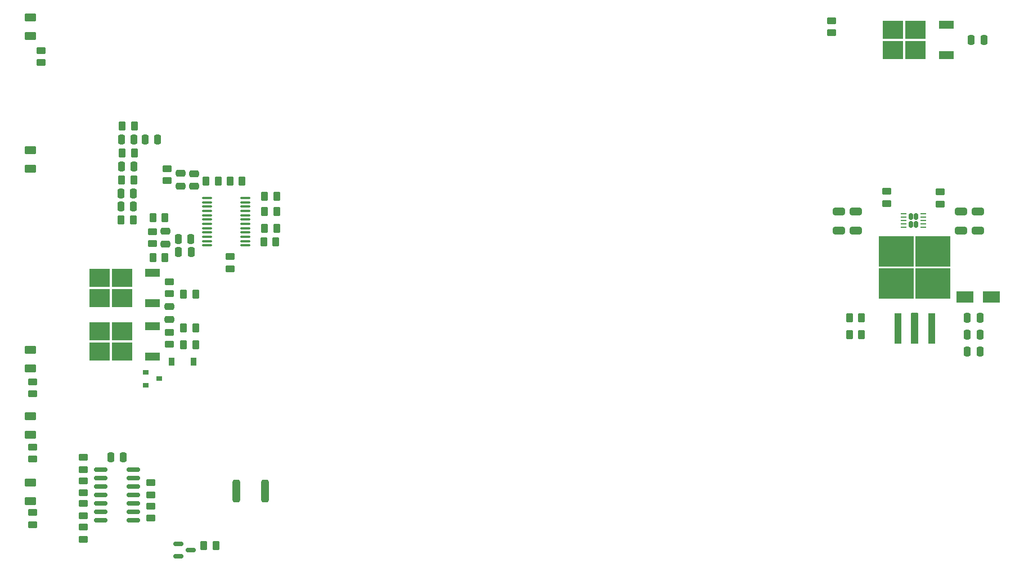
<source format=gbr>
G04 #@! TF.GenerationSoftware,KiCad,Pcbnew,(6.0.5)*
G04 #@! TF.CreationDate,2022-07-24T23:25:41+02:00*
G04 #@! TF.ProjectId,ADRmu_battery,4144526d-755f-4626-9174-746572792e6b,0.6*
G04 #@! TF.SameCoordinates,Original*
G04 #@! TF.FileFunction,Paste,Top*
G04 #@! TF.FilePolarity,Positive*
%FSLAX46Y46*%
G04 Gerber Fmt 4.6, Leading zero omitted, Abs format (unit mm)*
G04 Created by KiCad (PCBNEW (6.0.5)) date 2022-07-24 23:25:41*
%MOMM*%
%LPD*%
G01*
G04 APERTURE LIST*
G04 Aperture macros list*
%AMRoundRect*
0 Rectangle with rounded corners*
0 $1 Rounding radius*
0 $2 $3 $4 $5 $6 $7 $8 $9 X,Y pos of 4 corners*
0 Add a 4 corners polygon primitive as box body*
4,1,4,$2,$3,$4,$5,$6,$7,$8,$9,$2,$3,0*
0 Add four circle primitives for the rounded corners*
1,1,$1+$1,$2,$3*
1,1,$1+$1,$4,$5*
1,1,$1+$1,$6,$7*
1,1,$1+$1,$8,$9*
0 Add four rect primitives between the rounded corners*
20,1,$1+$1,$2,$3,$4,$5,0*
20,1,$1+$1,$4,$5,$6,$7,0*
20,1,$1+$1,$6,$7,$8,$9,0*
20,1,$1+$1,$8,$9,$2,$3,0*%
G04 Aperture macros list end*
%ADD10C,0.150000*%
%ADD11RoundRect,0.250000X0.250000X0.475000X-0.250000X0.475000X-0.250000X-0.475000X0.250000X-0.475000X0*%
%ADD12RoundRect,0.250000X-0.475000X0.250000X-0.475000X-0.250000X0.475000X-0.250000X0.475000X0.250000X0*%
%ADD13RoundRect,0.250000X-0.250000X-0.475000X0.250000X-0.475000X0.250000X0.475000X-0.250000X0.475000X0*%
%ADD14R,3.050000X2.750000*%
%ADD15R,2.200000X1.200000*%
%ADD16RoundRect,0.150000X-0.825000X-0.150000X0.825000X-0.150000X0.825000X0.150000X-0.825000X0.150000X0*%
%ADD17RoundRect,0.250000X0.650000X-0.325000X0.650000X0.325000X-0.650000X0.325000X-0.650000X-0.325000X0*%
%ADD18RoundRect,0.250000X0.312500X1.450000X-0.312500X1.450000X-0.312500X-1.450000X0.312500X-1.450000X0*%
%ADD19RoundRect,0.250000X-0.262500X-0.450000X0.262500X-0.450000X0.262500X0.450000X-0.262500X0.450000X0*%
%ADD20RoundRect,0.250000X0.450000X-0.262500X0.450000X0.262500X-0.450000X0.262500X-0.450000X-0.262500X0*%
%ADD21R,5.250000X4.550000*%
%ADD22R,1.100000X4.600000*%
%ADD23RoundRect,0.250000X-0.450000X0.262500X-0.450000X-0.262500X0.450000X-0.262500X0.450000X0.262500X0*%
%ADD24RoundRect,0.250000X-0.625000X0.375000X-0.625000X-0.375000X0.625000X-0.375000X0.625000X0.375000X0*%
%ADD25RoundRect,0.250000X0.262500X0.450000X-0.262500X0.450000X-0.262500X-0.450000X0.262500X-0.450000X0*%
%ADD26RoundRect,0.250000X0.475000X-0.250000X0.475000X0.250000X-0.475000X0.250000X-0.475000X-0.250000X0*%
%ADD27R,0.900000X1.200000*%
%ADD28RoundRect,0.150000X-0.587500X-0.150000X0.587500X-0.150000X0.587500X0.150000X-0.587500X0.150000X0*%
%ADD29R,0.900000X0.800000*%
%ADD30R,2.500000X1.800000*%
%ADD31RoundRect,0.100000X-0.637500X-0.100000X0.637500X-0.100000X0.637500X0.100000X-0.637500X0.100000X0*%
%ADD32RoundRect,0.167500X0.167500X0.312500X-0.167500X0.312500X-0.167500X-0.312500X0.167500X-0.312500X0*%
%ADD33RoundRect,0.062500X0.362500X0.062500X-0.362500X0.062500X-0.362500X-0.062500X0.362500X-0.062500X0*%
G04 APERTURE END LIST*
D10*
X204012800Y-109143800D02*
X204927200Y-109143800D01*
X204927200Y-109143800D02*
X204927200Y-113614200D01*
X204927200Y-113614200D02*
X204012800Y-113614200D01*
X204012800Y-113614200D02*
X204012800Y-109143800D01*
G36*
X204012800Y-109143800D02*
G01*
X204927200Y-109143800D01*
X204927200Y-113614200D01*
X204012800Y-113614200D01*
X204012800Y-109143800D01*
G37*
D11*
G04 #@! TO.C,C110*
X95584865Y-99940000D03*
X93684865Y-99940000D03*
G04 #@! TD*
D12*
G04 #@! TO.C,C108*
X93968000Y-88068000D03*
X93968000Y-89968000D03*
G04 #@! TD*
D13*
G04 #@! TO.C,C116*
X212410000Y-114935000D03*
X214310000Y-114935000D03*
G04 #@! TD*
D14*
G04 #@! TO.C,Q102*
X81831500Y-111876000D03*
X85181500Y-111876000D03*
X81831500Y-114926000D03*
X85181500Y-114926000D03*
D15*
X89806500Y-115681000D03*
X89806500Y-111121000D03*
G04 #@! TD*
D16*
G04 #@! TO.C,U105*
X81980000Y-132715000D03*
X81980000Y-133985000D03*
X81980000Y-135255000D03*
X81980000Y-136525000D03*
X81980000Y-137795000D03*
X81980000Y-139065000D03*
X81980000Y-140335000D03*
X86930000Y-140335000D03*
X86930000Y-139065000D03*
X86930000Y-137795000D03*
X86930000Y-136525000D03*
X86930000Y-135255000D03*
X86930000Y-133985000D03*
X86930000Y-132715000D03*
G04 #@! TD*
D17*
G04 #@! TO.C,HS104*
X213995000Y-96725000D03*
X213995000Y-93775000D03*
G04 #@! TD*
D14*
G04 #@! TO.C,U103*
X204575000Y-66475000D03*
X201225000Y-69525000D03*
X201225000Y-66475000D03*
X204575000Y-69525000D03*
D15*
X209200000Y-70280000D03*
X209200000Y-65720000D03*
G04 #@! TD*
D18*
G04 #@! TO.C,F101*
X106680000Y-135890000D03*
X102405000Y-135890000D03*
G04 #@! TD*
D19*
G04 #@! TO.C,R107*
X89844000Y-94765000D03*
X91669000Y-94765000D03*
G04 #@! TD*
G04 #@! TO.C,R120*
X101437500Y-89272000D03*
X103262500Y-89272000D03*
G04 #@! TD*
D11*
G04 #@! TO.C,C117*
X85405000Y-130810000D03*
X83505000Y-130810000D03*
G04 #@! TD*
D19*
G04 #@! TO.C,R129*
X97512500Y-144145000D03*
X99337500Y-144145000D03*
G04 #@! TD*
D17*
G04 #@! TO.C,HS103*
X211455000Y-96725000D03*
X211455000Y-93775000D03*
G04 #@! TD*
D20*
G04 #@! TO.C,R135*
X79375000Y-143152500D03*
X79375000Y-141327500D03*
G04 #@! TD*
D21*
G04 #@! TO.C,U104*
X207245000Y-99810000D03*
X201695000Y-99810000D03*
X207245000Y-104660000D03*
X201695000Y-104660000D03*
D22*
X201930000Y-111385000D03*
X207010000Y-111385000D03*
G04 #@! TD*
D23*
G04 #@! TO.C,R108*
X89756500Y-96852500D03*
X89756500Y-98677500D03*
G04 #@! TD*
D19*
G04 #@! TO.C,R105*
X85134500Y-89051000D03*
X86959500Y-89051000D03*
G04 #@! TD*
D20*
G04 #@! TO.C,R137*
X89535000Y-139977500D03*
X89535000Y-138152500D03*
G04 #@! TD*
D23*
G04 #@! TO.C,R127*
X71755000Y-129262500D03*
X71755000Y-131087500D03*
G04 #@! TD*
D14*
G04 #@! TO.C,Q101*
X81831500Y-106876000D03*
X85181500Y-106876000D03*
X85181500Y-103826000D03*
X81831500Y-103826000D03*
D15*
X89806500Y-107631000D03*
X89806500Y-103071000D03*
G04 #@! TD*
D24*
G04 #@! TO.C,D103*
X71375000Y-84600000D03*
X71375000Y-87400000D03*
G04 #@! TD*
D11*
G04 #@! TO.C,C112*
X214900000Y-68000000D03*
X213000000Y-68000000D03*
G04 #@! TD*
D25*
G04 #@! TO.C,R130*
X196492500Y-109855000D03*
X194667500Y-109855000D03*
G04 #@! TD*
D20*
G04 #@! TO.C,R118*
X101500000Y-102412500D03*
X101500000Y-100587500D03*
G04 #@! TD*
D25*
G04 #@! TO.C,R119*
X108342500Y-98416000D03*
X106517500Y-98416000D03*
G04 #@! TD*
D26*
G04 #@! TO.C,C106*
X96000000Y-90000000D03*
X96000000Y-88100000D03*
G04 #@! TD*
D20*
G04 #@! TO.C,R134*
X79375000Y-139620000D03*
X79375000Y-137795000D03*
G04 #@! TD*
D27*
G04 #@! TO.C,D101*
X92675500Y-116450000D03*
X95975500Y-116450000D03*
G04 #@! TD*
D23*
G04 #@! TO.C,R124*
X208290000Y-90855000D03*
X208290000Y-92680000D03*
G04 #@! TD*
D19*
G04 #@! TO.C,R104*
X85238000Y-84987000D03*
X87063000Y-84987000D03*
G04 #@! TD*
D24*
G04 #@! TO.C,D106*
X71375000Y-114600000D03*
X71375000Y-117400000D03*
G04 #@! TD*
D19*
G04 #@! TO.C,R116*
X106621000Y-93844000D03*
X108446000Y-93844000D03*
G04 #@! TD*
D23*
G04 #@! TO.C,R122*
X200290000Y-90767500D03*
X200290000Y-92592500D03*
G04 #@! TD*
D28*
G04 #@! TO.C,D105*
X93677500Y-143830000D03*
X93677500Y-145730000D03*
X95552500Y-144780000D03*
G04 #@! TD*
D19*
G04 #@! TO.C,R115*
X106621000Y-91558000D03*
X108446000Y-91558000D03*
G04 #@! TD*
D23*
G04 #@! TO.C,R102*
X91936000Y-87343500D03*
X91936000Y-89168500D03*
G04 #@! TD*
D11*
G04 #@! TO.C,C107*
X95534865Y-97940000D03*
X93634865Y-97940000D03*
G04 #@! TD*
D19*
G04 #@! TO.C,R110*
X94429000Y-106290000D03*
X96254000Y-106290000D03*
G04 #@! TD*
G04 #@! TO.C,R109*
X89844000Y-100765000D03*
X91669000Y-100765000D03*
G04 #@! TD*
D12*
G04 #@! TO.C,C111*
X92293500Y-108134000D03*
X92293500Y-110034000D03*
G04 #@! TD*
D29*
G04 #@! TO.C,D102*
X88753500Y-119940000D03*
X90753500Y-118990000D03*
X88753500Y-118040000D03*
G04 #@! TD*
D20*
G04 #@! TO.C,R132*
X79375000Y-132635000D03*
X79375000Y-130810000D03*
G04 #@! TD*
D25*
G04 #@! TO.C,R101*
X99659500Y-89272000D03*
X97834500Y-89272000D03*
G04 #@! TD*
D17*
G04 #@! TO.C,HS101*
X193040000Y-96725000D03*
X193040000Y-93775000D03*
G04 #@! TD*
D13*
G04 #@! TO.C,C115*
X212410000Y-109855000D03*
X214310000Y-109855000D03*
G04 #@! TD*
D25*
G04 #@! TO.C,R117*
X108446000Y-96384000D03*
X106621000Y-96384000D03*
G04 #@! TD*
D20*
G04 #@! TO.C,R121*
X192000000Y-66912500D03*
X192000000Y-65087500D03*
G04 #@! TD*
D25*
G04 #@! TO.C,R112*
X96254000Y-113910000D03*
X94429000Y-113910000D03*
G04 #@! TD*
D30*
G04 #@! TO.C,D116*
X211995000Y-106680000D03*
X215995000Y-106680000D03*
G04 #@! TD*
D11*
G04 #@! TO.C,C102*
X86997000Y-82955000D03*
X85097000Y-82955000D03*
G04 #@! TD*
D24*
G04 #@! TO.C,D112*
X71375000Y-134600000D03*
X71375000Y-137400000D03*
G04 #@! TD*
D25*
G04 #@! TO.C,R114*
X96254000Y-111370000D03*
X94429000Y-111370000D03*
G04 #@! TD*
D11*
G04 #@! TO.C,C103*
X86997000Y-87019000D03*
X85097000Y-87019000D03*
G04 #@! TD*
D13*
G04 #@! TO.C,C114*
X212410000Y-112395000D03*
X214310000Y-112395000D03*
G04 #@! TD*
D12*
G04 #@! TO.C,C109*
X91756500Y-96815000D03*
X91756500Y-98715000D03*
G04 #@! TD*
D25*
G04 #@! TO.C,R106*
X86856000Y-95114000D03*
X85031000Y-95114000D03*
G04 #@! TD*
D20*
G04 #@! TO.C,R133*
X79375000Y-136167500D03*
X79375000Y-134342500D03*
G04 #@! TD*
D19*
G04 #@! TO.C,R131*
X194667500Y-112395000D03*
X196492500Y-112395000D03*
G04 #@! TD*
D23*
G04 #@! TO.C,R111*
X92293500Y-104361500D03*
X92293500Y-106186500D03*
G04 #@! TD*
D31*
G04 #@! TO.C,U101*
X98007000Y-91779000D03*
X98007000Y-92429000D03*
X98007000Y-93079000D03*
X98007000Y-93729000D03*
X98007000Y-94379000D03*
X98007000Y-95029000D03*
X98007000Y-95679000D03*
X98007000Y-96329000D03*
X98007000Y-96979000D03*
X98007000Y-97629000D03*
X98007000Y-98279000D03*
X98007000Y-98929000D03*
X103732000Y-98929000D03*
X103732000Y-98279000D03*
X103732000Y-97629000D03*
X103732000Y-96979000D03*
X103732000Y-96329000D03*
X103732000Y-95679000D03*
X103732000Y-95029000D03*
X103732000Y-94379000D03*
X103732000Y-93729000D03*
X103732000Y-93079000D03*
X103732000Y-92429000D03*
X103732000Y-91779000D03*
G04 #@! TD*
D24*
G04 #@! TO.C,D104*
X71375000Y-64600000D03*
X71375000Y-67400000D03*
G04 #@! TD*
D19*
G04 #@! TO.C,R103*
X85238000Y-80923000D03*
X87063000Y-80923000D03*
G04 #@! TD*
D23*
G04 #@! TO.C,R128*
X71755000Y-139145000D03*
X71755000Y-140970000D03*
G04 #@! TD*
D20*
G04 #@! TO.C,R136*
X89535000Y-136445000D03*
X89535000Y-134620000D03*
G04 #@! TD*
D23*
G04 #@! TO.C,R126*
X71755000Y-119460000D03*
X71755000Y-121285000D03*
G04 #@! TD*
D24*
G04 #@! TO.C,D109*
X71375000Y-124600000D03*
X71375000Y-127400000D03*
G04 #@! TD*
D11*
G04 #@! TO.C,C105*
X86893500Y-93082000D03*
X84993500Y-93082000D03*
G04 #@! TD*
D20*
G04 #@! TO.C,R125*
X73025000Y-71397500D03*
X73025000Y-69572500D03*
G04 #@! TD*
D11*
G04 #@! TO.C,C101*
X90553000Y-82955000D03*
X88653000Y-82955000D03*
G04 #@! TD*
D32*
G04 #@! TO.C,U102*
X203880000Y-95775000D03*
X203880000Y-94585000D03*
X204700000Y-94585000D03*
X204700000Y-95775000D03*
D33*
X205740000Y-96180000D03*
X205740000Y-95680000D03*
X205740000Y-95180000D03*
X205740000Y-94680000D03*
X205740000Y-94180000D03*
X202840000Y-94180000D03*
X202840000Y-94680000D03*
X202840000Y-95180000D03*
X202840000Y-95680000D03*
X202840000Y-96180000D03*
G04 #@! TD*
D11*
G04 #@! TO.C,C104*
X86893500Y-91083000D03*
X84993500Y-91083000D03*
G04 #@! TD*
D23*
G04 #@! TO.C,R113*
X92293500Y-111981500D03*
X92293500Y-113806500D03*
G04 #@! TD*
D17*
G04 #@! TO.C,HS102*
X195580000Y-96725000D03*
X195580000Y-93775000D03*
G04 #@! TD*
M02*

</source>
